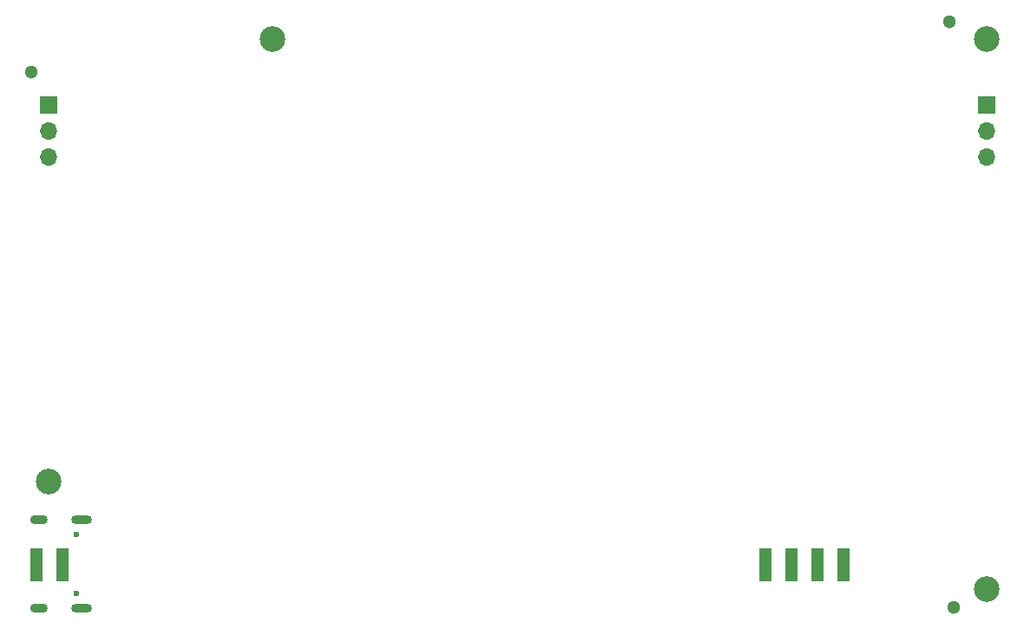
<source format=gbr>
G04 #@! TF.GenerationSoftware,KiCad,Pcbnew,5.99.0-unknown-4852a8afa1~142~ubuntu20.04.1*
G04 #@! TF.CreationDate,2021-10-18T20:21:54+02:00*
G04 #@! TF.ProjectId,chip2,63686970-322e-46b6-9963-61645f706362,1*
G04 #@! TF.SameCoordinates,Original*
G04 #@! TF.FileFunction,Soldermask,Bot*
G04 #@! TF.FilePolarity,Negative*
%FSLAX46Y46*%
G04 Gerber Fmt 4.6, Leading zero omitted, Abs format (unit mm)*
G04 Created by KiCad (PCBNEW 5.99.0-unknown-4852a8afa1~142~ubuntu20.04.1) date 2021-10-18 20:21:54*
%MOMM*%
%LPD*%
G01*
G04 APERTURE LIST*
%ADD10C,1.300000*%
%ADD11C,2.500000*%
%ADD12C,0.600000*%
%ADD13O,1.700000X0.900000*%
%ADD14O,2.000000X0.900000*%
%ADD15R,1.700000X1.700000*%
%ADD16O,1.700000X1.700000*%
%ADD17R,1.270000X3.180000*%
G04 APERTURE END LIST*
D10*
X187600000Y-62100000D03*
X98000000Y-67000000D03*
X188000000Y-119250000D03*
D11*
X121590000Y-63750000D03*
X191250000Y-63750000D03*
D12*
X102450000Y-112110000D03*
X102450000Y-117890000D03*
D13*
X98760000Y-110680000D03*
D14*
X102930000Y-119320000D03*
D13*
X98760000Y-119320000D03*
D14*
X102930000Y-110680000D03*
D15*
X191250000Y-70250000D03*
D16*
X191250000Y-72790000D03*
X191250000Y-75330000D03*
D11*
X99750000Y-106950000D03*
X191250000Y-117500000D03*
D15*
X99750000Y-70225000D03*
D16*
X99750000Y-72765000D03*
X99750000Y-75305000D03*
D17*
X169630000Y-115090000D03*
X172170000Y-115090000D03*
X174710000Y-115090000D03*
X177250000Y-115090000D03*
X98510000Y-115090000D03*
X101050000Y-115090000D03*
M02*

</source>
